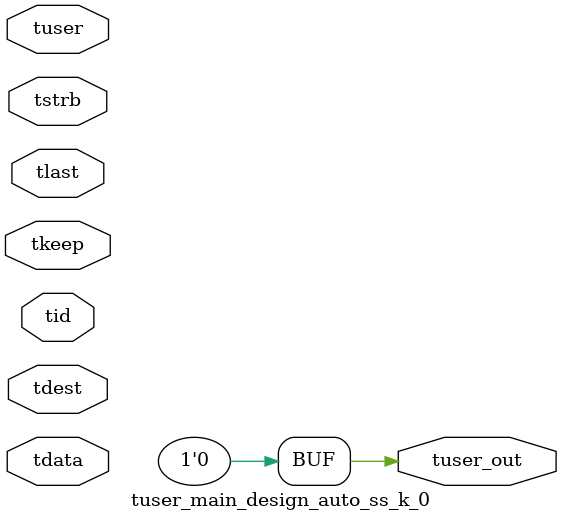
<source format=v>


`timescale 1ps/1ps

module tuser_main_design_auto_ss_k_0 #
(
parameter C_S_AXIS_TUSER_WIDTH = 1,
parameter C_S_AXIS_TDATA_WIDTH = 32,
parameter C_S_AXIS_TID_WIDTH   = 0,
parameter C_S_AXIS_TDEST_WIDTH = 0,
parameter C_M_AXIS_TUSER_WIDTH = 1
)
(
input  [(C_S_AXIS_TUSER_WIDTH == 0 ? 1 : C_S_AXIS_TUSER_WIDTH)-1:0     ] tuser,
input  [(C_S_AXIS_TDATA_WIDTH == 0 ? 1 : C_S_AXIS_TDATA_WIDTH)-1:0     ] tdata,
input  [(C_S_AXIS_TID_WIDTH   == 0 ? 1 : C_S_AXIS_TID_WIDTH)-1:0       ] tid,
input  [(C_S_AXIS_TDEST_WIDTH == 0 ? 1 : C_S_AXIS_TDEST_WIDTH)-1:0     ] tdest,
input  [(C_S_AXIS_TDATA_WIDTH/8)-1:0 ] tkeep,
input  [(C_S_AXIS_TDATA_WIDTH/8)-1:0 ] tstrb,
input                                                                    tlast,
output [C_M_AXIS_TUSER_WIDTH-1:0] tuser_out
);

assign tuser_out = {1'b0};

endmodule


</source>
